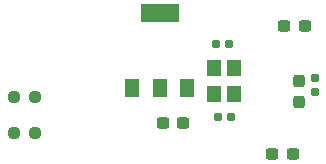
<source format=gbr>
%TF.GenerationSoftware,KiCad,Pcbnew,7.0.6*%
%TF.CreationDate,2023-11-01T23:53:57-04:00*%
%TF.ProjectId,FT2232_Board,46543232-3332-45f4-926f-6172642e6b69,rev?*%
%TF.SameCoordinates,Original*%
%TF.FileFunction,Paste,Bot*%
%TF.FilePolarity,Positive*%
%FSLAX46Y46*%
G04 Gerber Fmt 4.6, Leading zero omitted, Abs format (unit mm)*
G04 Created by KiCad (PCBNEW 7.0.6) date 2023-11-01 23:53:57*
%MOMM*%
%LPD*%
G01*
G04 APERTURE LIST*
G04 Aperture macros list*
%AMRoundRect*
0 Rectangle with rounded corners*
0 $1 Rounding radius*
0 $2 $3 $4 $5 $6 $7 $8 $9 X,Y pos of 4 corners*
0 Add a 4 corners polygon primitive as box body*
4,1,4,$2,$3,$4,$5,$6,$7,$8,$9,$2,$3,0*
0 Add four circle primitives for the rounded corners*
1,1,$1+$1,$2,$3*
1,1,$1+$1,$4,$5*
1,1,$1+$1,$6,$7*
1,1,$1+$1,$8,$9*
0 Add four rect primitives between the rounded corners*
20,1,$1+$1,$2,$3,$4,$5,0*
20,1,$1+$1,$4,$5,$6,$7,0*
20,1,$1+$1,$6,$7,$8,$9,0*
20,1,$1+$1,$8,$9,$2,$3,0*%
G04 Aperture macros list end*
%ADD10R,1.200000X1.400000*%
%ADD11R,3.300000X1.600000*%
%ADD12R,1.200000X1.600000*%
%ADD13RoundRect,0.237500X0.250000X0.237500X-0.250000X0.237500X-0.250000X-0.237500X0.250000X-0.237500X0*%
%ADD14RoundRect,0.237500X-0.250000X-0.237500X0.250000X-0.237500X0.250000X0.237500X-0.250000X0.237500X0*%
%ADD15RoundRect,0.160000X-0.160000X0.197500X-0.160000X-0.197500X0.160000X-0.197500X0.160000X0.197500X0*%
%ADD16RoundRect,0.237500X-0.300000X-0.237500X0.300000X-0.237500X0.300000X0.237500X-0.300000X0.237500X0*%
%ADD17RoundRect,0.155000X-0.212500X-0.155000X0.212500X-0.155000X0.212500X0.155000X-0.212500X0.155000X0*%
%ADD18RoundRect,0.155000X0.212500X0.155000X-0.212500X0.155000X-0.212500X-0.155000X0.212500X-0.155000X0*%
%ADD19RoundRect,0.237500X0.300000X0.237500X-0.300000X0.237500X-0.300000X-0.237500X0.300000X-0.237500X0*%
%ADD20RoundRect,0.237500X-0.237500X0.300000X-0.237500X-0.300000X0.237500X-0.300000X0.237500X0.300000X0*%
G04 APERTURE END LIST*
D10*
%TO.C,Y1*%
X126986400Y-83329600D03*
X126986400Y-85529600D03*
X125286400Y-85529600D03*
X125286400Y-83329600D03*
%TD*%
D11*
%TO.C,U3*%
X120650000Y-78678428D03*
D12*
X118350000Y-85078428D03*
X120650000Y-85078428D03*
X122950000Y-85078428D03*
%TD*%
D13*
%TO.C,R8*%
X110109000Y-88900000D03*
X108284000Y-88900000D03*
%TD*%
D14*
%TO.C,R9*%
X108307500Y-85852000D03*
X110132500Y-85852000D03*
%TD*%
D15*
%TO.C,FB1*%
X133781800Y-85382700D03*
X133781800Y-84187700D03*
%TD*%
D16*
%TO.C,C4*%
X120930500Y-88011000D03*
X122655500Y-88011000D03*
%TD*%
D17*
%TO.C,C5*%
X125586400Y-87529600D03*
X126721400Y-87529600D03*
%TD*%
D18*
%TO.C,C6*%
X126518900Y-81329600D03*
X125383900Y-81329600D03*
%TD*%
D16*
%TO.C,C7*%
X131217500Y-79806800D03*
X132942500Y-79806800D03*
%TD*%
D19*
%TO.C,C9*%
X131926500Y-90678000D03*
X130201500Y-90678000D03*
%TD*%
D20*
%TO.C,C8*%
X132461000Y-84481500D03*
X132461000Y-86206500D03*
%TD*%
M02*

</source>
